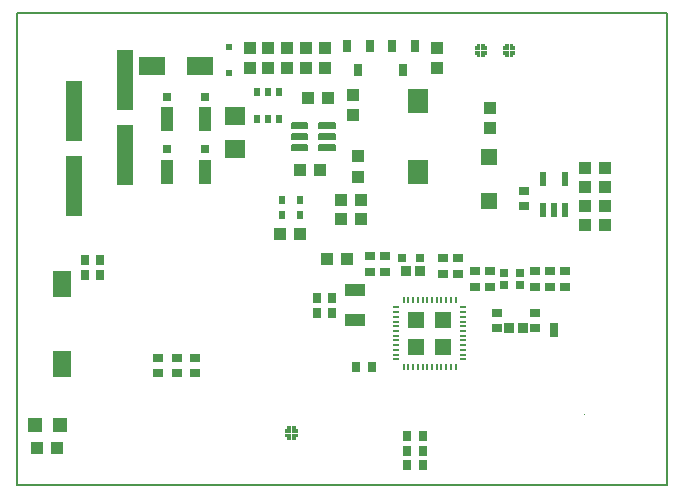
<source format=gtp>
G75*
%MOIN*%
%OFA0B0*%
%FSLAX25Y25*%
%IPPOS*%
%LPD*%
%AMOC8*
5,1,8,0,0,1.08239X$1,22.5*
%
%ADD10C,0.00600*%
%ADD11C,0.00581*%
%ADD12R,0.03937X0.04331*%
%ADD13R,0.02362X0.03150*%
%ADD14R,0.04331X0.03937*%
%ADD15R,0.06693X0.07874*%
%ADD16C,0.00039*%
%ADD17R,0.04724X0.04724*%
%ADD18R,0.02165X0.04724*%
%ADD19R,0.02500X0.04000*%
%ADD20R,0.02000X0.02756*%
%ADD21R,0.03543X0.02756*%
%ADD22R,0.02953X0.02756*%
%ADD23R,0.07087X0.03937*%
%ADD24R,0.03346X0.03543*%
%ADD25R,0.02756X0.03543*%
%ADD26R,0.03150X0.03150*%
%ADD27R,0.05906X0.09055*%
%ADD28R,0.02343X0.00792*%
%ADD29R,0.00792X0.02343*%
%ADD30R,0.05202X0.05202*%
%ADD31R,0.05512X0.05512*%
%ADD32R,0.02362X0.02362*%
%ADD33R,0.05827X0.20315*%
%ADD34R,0.04331X0.07874*%
%ADD35R,0.08740X0.06181*%
%ADD36R,0.07087X0.06299*%
%ADD37R,0.02500X0.05000*%
%ADD38R,0.00100X0.00100*%
D10*
X0028250Y0020400D02*
X0244785Y0020400D01*
X0244785Y0177880D01*
X0028250Y0177880D01*
X0028250Y0020400D01*
D11*
X0119889Y0133781D02*
X0125017Y0133781D01*
X0125017Y0132039D01*
X0119889Y0132039D01*
X0119889Y0133781D01*
X0119889Y0132591D02*
X0125017Y0132591D01*
X0125017Y0133143D02*
X0119889Y0133143D01*
X0119889Y0133695D02*
X0125017Y0133695D01*
X0125017Y0137521D02*
X0119889Y0137521D01*
X0125017Y0137521D02*
X0125017Y0135779D01*
X0119889Y0135779D01*
X0119889Y0137521D01*
X0119889Y0136331D02*
X0125017Y0136331D01*
X0125017Y0136883D02*
X0119889Y0136883D01*
X0119889Y0137435D02*
X0125017Y0137435D01*
X0125017Y0141261D02*
X0119889Y0141261D01*
X0125017Y0141261D02*
X0125017Y0139519D01*
X0119889Y0139519D01*
X0119889Y0141261D01*
X0119889Y0140071D02*
X0125017Y0140071D01*
X0125017Y0140623D02*
X0119889Y0140623D01*
X0119889Y0141175D02*
X0125017Y0141175D01*
X0128983Y0141261D02*
X0134111Y0141261D01*
X0134111Y0139519D01*
X0128983Y0139519D01*
X0128983Y0141261D01*
X0128983Y0140071D02*
X0134111Y0140071D01*
X0134111Y0140623D02*
X0128983Y0140623D01*
X0128983Y0141175D02*
X0134111Y0141175D01*
X0134111Y0137521D02*
X0128983Y0137521D01*
X0134111Y0137521D02*
X0134111Y0135779D01*
X0128983Y0135779D01*
X0128983Y0137521D01*
X0128983Y0136331D02*
X0134111Y0136331D01*
X0134111Y0136883D02*
X0128983Y0136883D01*
X0128983Y0137435D02*
X0134111Y0137435D01*
X0134111Y0133781D02*
X0128983Y0133781D01*
X0134111Y0133781D02*
X0134111Y0132039D01*
X0128983Y0132039D01*
X0128983Y0133781D01*
X0128983Y0132591D02*
X0134111Y0132591D01*
X0134111Y0133143D02*
X0128983Y0133143D01*
X0128983Y0133695D02*
X0134111Y0133695D01*
D12*
X0142000Y0129996D03*
X0142000Y0123304D03*
X0140125Y0143929D03*
X0140125Y0150621D03*
X0130750Y0159554D03*
X0124500Y0159554D03*
X0118250Y0159554D03*
X0112000Y0159554D03*
X0105750Y0159554D03*
X0105750Y0166246D03*
X0112000Y0166246D03*
X0118250Y0166246D03*
X0124500Y0166246D03*
X0130750Y0166246D03*
X0168250Y0166246D03*
X0168250Y0159554D03*
X0185800Y0146121D03*
X0185800Y0139429D03*
D13*
X0122453Y0115400D03*
X0122453Y0110400D03*
X0116547Y0110400D03*
X0116547Y0115400D03*
D14*
X0115841Y0104187D03*
X0122534Y0104187D03*
X0131641Y0095762D03*
X0138334Y0095762D03*
X0136154Y0109150D03*
X0136154Y0115400D03*
X0142846Y0115400D03*
X0142846Y0109150D03*
X0129096Y0125400D03*
X0122404Y0125400D03*
X0125029Y0149513D03*
X0131721Y0149513D03*
X0217504Y0126012D03*
X0224196Y0126012D03*
X0224196Y0119762D03*
X0217504Y0119762D03*
X0217504Y0113512D03*
X0224196Y0113512D03*
X0224196Y0107262D03*
X0217504Y0107262D03*
X0041596Y0032900D03*
X0034904Y0032900D03*
D15*
X0162000Y0124839D03*
X0162000Y0148461D03*
D16*
X0181403Y0163426D02*
X0182308Y0163426D01*
X0182308Y0165158D01*
X0180733Y0165158D01*
X0180733Y0164253D01*
X0181403Y0164253D01*
X0181403Y0163426D01*
X0181403Y0163440D02*
X0182308Y0163440D01*
X0182308Y0163478D02*
X0181403Y0163478D01*
X0181403Y0163516D02*
X0182308Y0163516D01*
X0182308Y0163554D02*
X0181403Y0163554D01*
X0181403Y0163592D02*
X0182308Y0163592D01*
X0182308Y0163630D02*
X0181403Y0163630D01*
X0181403Y0163667D02*
X0182308Y0163667D01*
X0182308Y0163705D02*
X0181403Y0163705D01*
X0181403Y0163743D02*
X0182308Y0163743D01*
X0182308Y0163781D02*
X0181403Y0163781D01*
X0181403Y0163819D02*
X0182308Y0163819D01*
X0182308Y0163857D02*
X0181403Y0163857D01*
X0181403Y0163895D02*
X0182308Y0163895D01*
X0182308Y0163933D02*
X0181403Y0163933D01*
X0181403Y0163970D02*
X0182308Y0163970D01*
X0182308Y0164008D02*
X0181403Y0164008D01*
X0181403Y0164046D02*
X0182308Y0164046D01*
X0182308Y0164084D02*
X0181403Y0164084D01*
X0181403Y0164122D02*
X0182308Y0164122D01*
X0182308Y0164160D02*
X0181403Y0164160D01*
X0181403Y0164198D02*
X0182308Y0164198D01*
X0182308Y0164236D02*
X0181403Y0164236D01*
X0180733Y0164274D02*
X0182308Y0164274D01*
X0182308Y0164311D02*
X0180733Y0164311D01*
X0180733Y0164349D02*
X0182308Y0164349D01*
X0182308Y0164387D02*
X0180733Y0164387D01*
X0180733Y0164425D02*
X0182308Y0164425D01*
X0182308Y0164463D02*
X0180733Y0164463D01*
X0180733Y0164501D02*
X0182308Y0164501D01*
X0182308Y0164539D02*
X0180733Y0164539D01*
X0180733Y0164577D02*
X0182308Y0164577D01*
X0182308Y0164614D02*
X0180733Y0164614D01*
X0180733Y0164652D02*
X0182308Y0164652D01*
X0182308Y0164690D02*
X0180733Y0164690D01*
X0180733Y0164728D02*
X0182308Y0164728D01*
X0182308Y0164766D02*
X0180733Y0164766D01*
X0180733Y0164804D02*
X0182308Y0164804D01*
X0182308Y0164842D02*
X0180733Y0164842D01*
X0180733Y0164880D02*
X0182308Y0164880D01*
X0182308Y0164918D02*
X0180733Y0164918D01*
X0180733Y0164955D02*
X0182308Y0164955D01*
X0182308Y0164993D02*
X0180733Y0164993D01*
X0180733Y0165031D02*
X0182308Y0165031D01*
X0182308Y0165069D02*
X0180733Y0165069D01*
X0180733Y0165107D02*
X0182308Y0165107D01*
X0182308Y0165145D02*
X0180733Y0165145D01*
X0180733Y0165867D02*
X0180733Y0166772D01*
X0181403Y0166772D01*
X0181403Y0167599D01*
X0182308Y0167599D01*
X0182308Y0165867D01*
X0180733Y0165867D01*
X0180733Y0165902D02*
X0182308Y0165902D01*
X0182308Y0165940D02*
X0180733Y0165940D01*
X0180733Y0165978D02*
X0182308Y0165978D01*
X0182308Y0166016D02*
X0180733Y0166016D01*
X0180733Y0166054D02*
X0182308Y0166054D01*
X0182308Y0166092D02*
X0180733Y0166092D01*
X0180733Y0166130D02*
X0182308Y0166130D01*
X0182308Y0166168D02*
X0180733Y0166168D01*
X0180733Y0166205D02*
X0182308Y0166205D01*
X0182308Y0166243D02*
X0180733Y0166243D01*
X0180733Y0166281D02*
X0182308Y0166281D01*
X0182308Y0166319D02*
X0180733Y0166319D01*
X0180733Y0166357D02*
X0182308Y0166357D01*
X0182308Y0166395D02*
X0180733Y0166395D01*
X0180733Y0166433D02*
X0182308Y0166433D01*
X0182308Y0166471D02*
X0180733Y0166471D01*
X0180733Y0166509D02*
X0182308Y0166509D01*
X0182308Y0166546D02*
X0180733Y0166546D01*
X0180733Y0166584D02*
X0182308Y0166584D01*
X0182308Y0166622D02*
X0180733Y0166622D01*
X0180733Y0166660D02*
X0182308Y0166660D01*
X0182308Y0166698D02*
X0180733Y0166698D01*
X0180733Y0166736D02*
X0182308Y0166736D01*
X0182308Y0166774D02*
X0181403Y0166774D01*
X0181403Y0166812D02*
X0182308Y0166812D01*
X0182308Y0166849D02*
X0181403Y0166849D01*
X0181403Y0166887D02*
X0182308Y0166887D01*
X0182308Y0166925D02*
X0181403Y0166925D01*
X0181403Y0166963D02*
X0182308Y0166963D01*
X0182308Y0167001D02*
X0181403Y0167001D01*
X0181403Y0167039D02*
X0182308Y0167039D01*
X0182308Y0167077D02*
X0181403Y0167077D01*
X0181403Y0167115D02*
X0182308Y0167115D01*
X0182308Y0167153D02*
X0181403Y0167153D01*
X0181403Y0167190D02*
X0182308Y0167190D01*
X0182308Y0167228D02*
X0181403Y0167228D01*
X0181403Y0167266D02*
X0182308Y0167266D01*
X0182308Y0167304D02*
X0181403Y0167304D01*
X0181403Y0167342D02*
X0182308Y0167342D01*
X0182308Y0167380D02*
X0181403Y0167380D01*
X0181403Y0167418D02*
X0182308Y0167418D01*
X0182308Y0167456D02*
X0181403Y0167456D01*
X0181403Y0167493D02*
X0182308Y0167493D01*
X0182308Y0167531D02*
X0181403Y0167531D01*
X0181403Y0167569D02*
X0182308Y0167569D01*
X0183017Y0167569D02*
X0183922Y0167569D01*
X0183922Y0167599D02*
X0183017Y0167599D01*
X0183017Y0165867D01*
X0184592Y0165867D01*
X0184592Y0166772D01*
X0183922Y0166772D01*
X0183922Y0167599D01*
X0183922Y0167531D02*
X0183017Y0167531D01*
X0183017Y0167493D02*
X0183922Y0167493D01*
X0183922Y0167456D02*
X0183017Y0167456D01*
X0183017Y0167418D02*
X0183922Y0167418D01*
X0183922Y0167380D02*
X0183017Y0167380D01*
X0183017Y0167342D02*
X0183922Y0167342D01*
X0183922Y0167304D02*
X0183017Y0167304D01*
X0183017Y0167266D02*
X0183922Y0167266D01*
X0183922Y0167228D02*
X0183017Y0167228D01*
X0183017Y0167190D02*
X0183922Y0167190D01*
X0183922Y0167153D02*
X0183017Y0167153D01*
X0183017Y0167115D02*
X0183922Y0167115D01*
X0183922Y0167077D02*
X0183017Y0167077D01*
X0183017Y0167039D02*
X0183922Y0167039D01*
X0183922Y0167001D02*
X0183017Y0167001D01*
X0183017Y0166963D02*
X0183922Y0166963D01*
X0183922Y0166925D02*
X0183017Y0166925D01*
X0183017Y0166887D02*
X0183922Y0166887D01*
X0183922Y0166849D02*
X0183017Y0166849D01*
X0183017Y0166812D02*
X0183922Y0166812D01*
X0183922Y0166774D02*
X0183017Y0166774D01*
X0183017Y0166736D02*
X0184592Y0166736D01*
X0184592Y0166698D02*
X0183017Y0166698D01*
X0183017Y0166660D02*
X0184592Y0166660D01*
X0184592Y0166622D02*
X0183017Y0166622D01*
X0183017Y0166584D02*
X0184592Y0166584D01*
X0184592Y0166546D02*
X0183017Y0166546D01*
X0183017Y0166509D02*
X0184592Y0166509D01*
X0184592Y0166471D02*
X0183017Y0166471D01*
X0183017Y0166433D02*
X0184592Y0166433D01*
X0184592Y0166395D02*
X0183017Y0166395D01*
X0183017Y0166357D02*
X0184592Y0166357D01*
X0184592Y0166319D02*
X0183017Y0166319D01*
X0183017Y0166281D02*
X0184592Y0166281D01*
X0184592Y0166243D02*
X0183017Y0166243D01*
X0183017Y0166205D02*
X0184592Y0166205D01*
X0184592Y0166168D02*
X0183017Y0166168D01*
X0183017Y0166130D02*
X0184592Y0166130D01*
X0184592Y0166092D02*
X0183017Y0166092D01*
X0183017Y0166054D02*
X0184592Y0166054D01*
X0184592Y0166016D02*
X0183017Y0166016D01*
X0183017Y0165978D02*
X0184592Y0165978D01*
X0184592Y0165940D02*
X0183017Y0165940D01*
X0183017Y0165902D02*
X0184592Y0165902D01*
X0184592Y0165158D02*
X0184592Y0164253D01*
X0183922Y0164253D01*
X0183922Y0163426D01*
X0183017Y0163426D01*
X0183017Y0165158D01*
X0184592Y0165158D01*
X0184592Y0165145D02*
X0183017Y0165145D01*
X0183017Y0165107D02*
X0184592Y0165107D01*
X0184592Y0165069D02*
X0183017Y0165069D01*
X0183017Y0165031D02*
X0184592Y0165031D01*
X0184592Y0164993D02*
X0183017Y0164993D01*
X0183017Y0164955D02*
X0184592Y0164955D01*
X0184592Y0164918D02*
X0183017Y0164918D01*
X0183017Y0164880D02*
X0184592Y0164880D01*
X0184592Y0164842D02*
X0183017Y0164842D01*
X0183017Y0164804D02*
X0184592Y0164804D01*
X0184592Y0164766D02*
X0183017Y0164766D01*
X0183017Y0164728D02*
X0184592Y0164728D01*
X0184592Y0164690D02*
X0183017Y0164690D01*
X0183017Y0164652D02*
X0184592Y0164652D01*
X0184592Y0164614D02*
X0183017Y0164614D01*
X0183017Y0164577D02*
X0184592Y0164577D01*
X0184592Y0164539D02*
X0183017Y0164539D01*
X0183017Y0164501D02*
X0184592Y0164501D01*
X0184592Y0164463D02*
X0183017Y0164463D01*
X0183017Y0164425D02*
X0184592Y0164425D01*
X0184592Y0164387D02*
X0183017Y0164387D01*
X0183017Y0164349D02*
X0184592Y0164349D01*
X0184592Y0164311D02*
X0183017Y0164311D01*
X0183017Y0164274D02*
X0184592Y0164274D01*
X0183922Y0164236D02*
X0183017Y0164236D01*
X0183017Y0164198D02*
X0183922Y0164198D01*
X0183922Y0164160D02*
X0183017Y0164160D01*
X0183017Y0164122D02*
X0183922Y0164122D01*
X0183922Y0164084D02*
X0183017Y0164084D01*
X0183017Y0164046D02*
X0183922Y0164046D01*
X0183922Y0164008D02*
X0183017Y0164008D01*
X0183017Y0163970D02*
X0183922Y0163970D01*
X0183922Y0163933D02*
X0183017Y0163933D01*
X0183017Y0163895D02*
X0183922Y0163895D01*
X0183922Y0163857D02*
X0183017Y0163857D01*
X0183017Y0163819D02*
X0183922Y0163819D01*
X0183922Y0163781D02*
X0183017Y0163781D01*
X0183017Y0163743D02*
X0183922Y0163743D01*
X0183922Y0163705D02*
X0183017Y0163705D01*
X0183017Y0163667D02*
X0183922Y0163667D01*
X0183922Y0163630D02*
X0183017Y0163630D01*
X0183017Y0163592D02*
X0183922Y0163592D01*
X0183922Y0163554D02*
X0183017Y0163554D01*
X0183017Y0163516D02*
X0183922Y0163516D01*
X0183922Y0163478D02*
X0183017Y0163478D01*
X0183017Y0163440D02*
X0183922Y0163440D01*
X0190121Y0164253D02*
X0190790Y0164253D01*
X0190790Y0163426D01*
X0191696Y0163426D01*
X0191696Y0165158D01*
X0190121Y0165158D01*
X0190121Y0164253D01*
X0190121Y0164274D02*
X0191696Y0164274D01*
X0191696Y0164311D02*
X0190121Y0164311D01*
X0190121Y0164349D02*
X0191696Y0164349D01*
X0191696Y0164387D02*
X0190121Y0164387D01*
X0190121Y0164425D02*
X0191696Y0164425D01*
X0191696Y0164463D02*
X0190121Y0164463D01*
X0190121Y0164501D02*
X0191696Y0164501D01*
X0191696Y0164539D02*
X0190121Y0164539D01*
X0190121Y0164577D02*
X0191696Y0164577D01*
X0191696Y0164614D02*
X0190121Y0164614D01*
X0190121Y0164652D02*
X0191696Y0164652D01*
X0191696Y0164690D02*
X0190121Y0164690D01*
X0190121Y0164728D02*
X0191696Y0164728D01*
X0191696Y0164766D02*
X0190121Y0164766D01*
X0190121Y0164804D02*
X0191696Y0164804D01*
X0191696Y0164842D02*
X0190121Y0164842D01*
X0190121Y0164880D02*
X0191696Y0164880D01*
X0191696Y0164918D02*
X0190121Y0164918D01*
X0190121Y0164955D02*
X0191696Y0164955D01*
X0191696Y0164993D02*
X0190121Y0164993D01*
X0190121Y0165031D02*
X0191696Y0165031D01*
X0191696Y0165069D02*
X0190121Y0165069D01*
X0190121Y0165107D02*
X0191696Y0165107D01*
X0191696Y0165145D02*
X0190121Y0165145D01*
X0190121Y0165867D02*
X0190121Y0166772D01*
X0190790Y0166772D01*
X0190790Y0167599D01*
X0191696Y0167599D01*
X0191696Y0165867D01*
X0190121Y0165867D01*
X0190121Y0165902D02*
X0191696Y0165902D01*
X0191696Y0165940D02*
X0190121Y0165940D01*
X0190121Y0165978D02*
X0191696Y0165978D01*
X0191696Y0166016D02*
X0190121Y0166016D01*
X0190121Y0166054D02*
X0191696Y0166054D01*
X0191696Y0166092D02*
X0190121Y0166092D01*
X0190121Y0166130D02*
X0191696Y0166130D01*
X0191696Y0166168D02*
X0190121Y0166168D01*
X0190121Y0166205D02*
X0191696Y0166205D01*
X0191696Y0166243D02*
X0190121Y0166243D01*
X0190121Y0166281D02*
X0191696Y0166281D01*
X0191696Y0166319D02*
X0190121Y0166319D01*
X0190121Y0166357D02*
X0191696Y0166357D01*
X0191696Y0166395D02*
X0190121Y0166395D01*
X0190121Y0166433D02*
X0191696Y0166433D01*
X0191696Y0166471D02*
X0190121Y0166471D01*
X0190121Y0166509D02*
X0191696Y0166509D01*
X0191696Y0166546D02*
X0190121Y0166546D01*
X0190121Y0166584D02*
X0191696Y0166584D01*
X0191696Y0166622D02*
X0190121Y0166622D01*
X0190121Y0166660D02*
X0191696Y0166660D01*
X0191696Y0166698D02*
X0190121Y0166698D01*
X0190121Y0166736D02*
X0191696Y0166736D01*
X0191696Y0166774D02*
X0190790Y0166774D01*
X0190790Y0166812D02*
X0191696Y0166812D01*
X0191696Y0166849D02*
X0190790Y0166849D01*
X0190790Y0166887D02*
X0191696Y0166887D01*
X0191696Y0166925D02*
X0190790Y0166925D01*
X0190790Y0166963D02*
X0191696Y0166963D01*
X0191696Y0167001D02*
X0190790Y0167001D01*
X0190790Y0167039D02*
X0191696Y0167039D01*
X0191696Y0167077D02*
X0190790Y0167077D01*
X0190790Y0167115D02*
X0191696Y0167115D01*
X0191696Y0167153D02*
X0190790Y0167153D01*
X0190790Y0167190D02*
X0191696Y0167190D01*
X0191696Y0167228D02*
X0190790Y0167228D01*
X0190790Y0167266D02*
X0191696Y0167266D01*
X0191696Y0167304D02*
X0190790Y0167304D01*
X0190790Y0167342D02*
X0191696Y0167342D01*
X0191696Y0167380D02*
X0190790Y0167380D01*
X0190790Y0167418D02*
X0191696Y0167418D01*
X0191696Y0167456D02*
X0190790Y0167456D01*
X0190790Y0167493D02*
X0191696Y0167493D01*
X0191696Y0167531D02*
X0190790Y0167531D01*
X0190790Y0167569D02*
X0191696Y0167569D01*
X0192404Y0167569D02*
X0193310Y0167569D01*
X0193310Y0167599D02*
X0192404Y0167599D01*
X0192404Y0165867D01*
X0193979Y0165867D01*
X0193979Y0166772D01*
X0193310Y0166772D01*
X0193310Y0167599D01*
X0193310Y0167531D02*
X0192404Y0167531D01*
X0192404Y0167493D02*
X0193310Y0167493D01*
X0193310Y0167456D02*
X0192404Y0167456D01*
X0192404Y0167418D02*
X0193310Y0167418D01*
X0193310Y0167380D02*
X0192404Y0167380D01*
X0192404Y0167342D02*
X0193310Y0167342D01*
X0193310Y0167304D02*
X0192404Y0167304D01*
X0192404Y0167266D02*
X0193310Y0167266D01*
X0193310Y0167228D02*
X0192404Y0167228D01*
X0192404Y0167190D02*
X0193310Y0167190D01*
X0193310Y0167153D02*
X0192404Y0167153D01*
X0192404Y0167115D02*
X0193310Y0167115D01*
X0193310Y0167077D02*
X0192404Y0167077D01*
X0192404Y0167039D02*
X0193310Y0167039D01*
X0193310Y0167001D02*
X0192404Y0167001D01*
X0192404Y0166963D02*
X0193310Y0166963D01*
X0193310Y0166925D02*
X0192404Y0166925D01*
X0192404Y0166887D02*
X0193310Y0166887D01*
X0193310Y0166849D02*
X0192404Y0166849D01*
X0192404Y0166812D02*
X0193310Y0166812D01*
X0193310Y0166774D02*
X0192404Y0166774D01*
X0192404Y0166736D02*
X0193979Y0166736D01*
X0193979Y0166698D02*
X0192404Y0166698D01*
X0192404Y0166660D02*
X0193979Y0166660D01*
X0193979Y0166622D02*
X0192404Y0166622D01*
X0192404Y0166584D02*
X0193979Y0166584D01*
X0193979Y0166546D02*
X0192404Y0166546D01*
X0192404Y0166509D02*
X0193979Y0166509D01*
X0193979Y0166471D02*
X0192404Y0166471D01*
X0192404Y0166433D02*
X0193979Y0166433D01*
X0193979Y0166395D02*
X0192404Y0166395D01*
X0192404Y0166357D02*
X0193979Y0166357D01*
X0193979Y0166319D02*
X0192404Y0166319D01*
X0192404Y0166281D02*
X0193979Y0166281D01*
X0193979Y0166243D02*
X0192404Y0166243D01*
X0192404Y0166205D02*
X0193979Y0166205D01*
X0193979Y0166168D02*
X0192404Y0166168D01*
X0192404Y0166130D02*
X0193979Y0166130D01*
X0193979Y0166092D02*
X0192404Y0166092D01*
X0192404Y0166054D02*
X0193979Y0166054D01*
X0193979Y0166016D02*
X0192404Y0166016D01*
X0192404Y0165978D02*
X0193979Y0165978D01*
X0193979Y0165940D02*
X0192404Y0165940D01*
X0192404Y0165902D02*
X0193979Y0165902D01*
X0193979Y0165158D02*
X0193979Y0164253D01*
X0193310Y0164253D01*
X0193310Y0163426D01*
X0192404Y0163426D01*
X0192404Y0165158D01*
X0193979Y0165158D01*
X0193979Y0165145D02*
X0192404Y0165145D01*
X0192404Y0165107D02*
X0193979Y0165107D01*
X0193979Y0165069D02*
X0192404Y0165069D01*
X0192404Y0165031D02*
X0193979Y0165031D01*
X0193979Y0164993D02*
X0192404Y0164993D01*
X0192404Y0164955D02*
X0193979Y0164955D01*
X0193979Y0164918D02*
X0192404Y0164918D01*
X0192404Y0164880D02*
X0193979Y0164880D01*
X0193979Y0164842D02*
X0192404Y0164842D01*
X0192404Y0164804D02*
X0193979Y0164804D01*
X0193979Y0164766D02*
X0192404Y0164766D01*
X0192404Y0164728D02*
X0193979Y0164728D01*
X0193979Y0164690D02*
X0192404Y0164690D01*
X0192404Y0164652D02*
X0193979Y0164652D01*
X0193979Y0164614D02*
X0192404Y0164614D01*
X0192404Y0164577D02*
X0193979Y0164577D01*
X0193979Y0164539D02*
X0192404Y0164539D01*
X0192404Y0164501D02*
X0193979Y0164501D01*
X0193979Y0164463D02*
X0192404Y0164463D01*
X0192404Y0164425D02*
X0193979Y0164425D01*
X0193979Y0164387D02*
X0192404Y0164387D01*
X0192404Y0164349D02*
X0193979Y0164349D01*
X0193979Y0164311D02*
X0192404Y0164311D01*
X0192404Y0164274D02*
X0193979Y0164274D01*
X0193310Y0164236D02*
X0192404Y0164236D01*
X0192404Y0164198D02*
X0193310Y0164198D01*
X0193310Y0164160D02*
X0192404Y0164160D01*
X0192404Y0164122D02*
X0193310Y0164122D01*
X0193310Y0164084D02*
X0192404Y0164084D01*
X0192404Y0164046D02*
X0193310Y0164046D01*
X0193310Y0164008D02*
X0192404Y0164008D01*
X0192404Y0163970D02*
X0193310Y0163970D01*
X0193310Y0163933D02*
X0192404Y0163933D01*
X0192404Y0163895D02*
X0193310Y0163895D01*
X0193310Y0163857D02*
X0192404Y0163857D01*
X0192404Y0163819D02*
X0193310Y0163819D01*
X0193310Y0163781D02*
X0192404Y0163781D01*
X0192404Y0163743D02*
X0193310Y0163743D01*
X0193310Y0163705D02*
X0192404Y0163705D01*
X0192404Y0163667D02*
X0193310Y0163667D01*
X0193310Y0163630D02*
X0192404Y0163630D01*
X0192404Y0163592D02*
X0193310Y0163592D01*
X0193310Y0163554D02*
X0192404Y0163554D01*
X0192404Y0163516D02*
X0193310Y0163516D01*
X0193310Y0163478D02*
X0192404Y0163478D01*
X0192404Y0163440D02*
X0193310Y0163440D01*
X0191696Y0163440D02*
X0190790Y0163440D01*
X0190790Y0163478D02*
X0191696Y0163478D01*
X0191696Y0163516D02*
X0190790Y0163516D01*
X0190790Y0163554D02*
X0191696Y0163554D01*
X0191696Y0163592D02*
X0190790Y0163592D01*
X0190790Y0163630D02*
X0191696Y0163630D01*
X0191696Y0163667D02*
X0190790Y0163667D01*
X0190790Y0163705D02*
X0191696Y0163705D01*
X0191696Y0163743D02*
X0190790Y0163743D01*
X0190790Y0163781D02*
X0191696Y0163781D01*
X0191696Y0163819D02*
X0190790Y0163819D01*
X0190790Y0163857D02*
X0191696Y0163857D01*
X0191696Y0163895D02*
X0190790Y0163895D01*
X0190790Y0163933D02*
X0191696Y0163933D01*
X0191696Y0163970D02*
X0190790Y0163970D01*
X0190790Y0164008D02*
X0191696Y0164008D01*
X0191696Y0164046D02*
X0190790Y0164046D01*
X0190790Y0164084D02*
X0191696Y0164084D01*
X0191696Y0164122D02*
X0190790Y0164122D01*
X0190790Y0164160D02*
X0191696Y0164160D01*
X0191696Y0164198D02*
X0190790Y0164198D01*
X0190790Y0164236D02*
X0191696Y0164236D01*
X0120862Y0039999D02*
X0119957Y0039999D01*
X0119957Y0038266D01*
X0121532Y0038266D01*
X0121532Y0039172D01*
X0120862Y0039172D01*
X0120862Y0039999D01*
X0120862Y0039985D02*
X0119957Y0039985D01*
X0119957Y0039947D02*
X0120862Y0039947D01*
X0120862Y0039909D02*
X0119957Y0039909D01*
X0119957Y0039871D02*
X0120862Y0039871D01*
X0120862Y0039833D02*
X0119957Y0039833D01*
X0119957Y0039795D02*
X0120862Y0039795D01*
X0120862Y0039757D02*
X0119957Y0039757D01*
X0119957Y0039720D02*
X0120862Y0039720D01*
X0120862Y0039682D02*
X0119957Y0039682D01*
X0119957Y0039644D02*
X0120862Y0039644D01*
X0120862Y0039606D02*
X0119957Y0039606D01*
X0119957Y0039568D02*
X0120862Y0039568D01*
X0120862Y0039530D02*
X0119957Y0039530D01*
X0119957Y0039492D02*
X0120862Y0039492D01*
X0120862Y0039454D02*
X0119957Y0039454D01*
X0119957Y0039416D02*
X0120862Y0039416D01*
X0120862Y0039379D02*
X0119957Y0039379D01*
X0119957Y0039341D02*
X0120862Y0039341D01*
X0120862Y0039303D02*
X0119957Y0039303D01*
X0119957Y0039265D02*
X0120862Y0039265D01*
X0120862Y0039227D02*
X0119957Y0039227D01*
X0119957Y0039189D02*
X0120862Y0039189D01*
X0121532Y0039151D02*
X0119957Y0039151D01*
X0119957Y0039113D02*
X0121532Y0039113D01*
X0121532Y0039076D02*
X0119957Y0039076D01*
X0119957Y0039038D02*
X0121532Y0039038D01*
X0121532Y0039000D02*
X0119957Y0039000D01*
X0119957Y0038962D02*
X0121532Y0038962D01*
X0121532Y0038924D02*
X0119957Y0038924D01*
X0119957Y0038886D02*
X0121532Y0038886D01*
X0121532Y0038848D02*
X0119957Y0038848D01*
X0119957Y0038810D02*
X0121532Y0038810D01*
X0121532Y0038772D02*
X0119957Y0038772D01*
X0119957Y0038735D02*
X0121532Y0038735D01*
X0121532Y0038697D02*
X0119957Y0038697D01*
X0119957Y0038659D02*
X0121532Y0038659D01*
X0121532Y0038621D02*
X0119957Y0038621D01*
X0119957Y0038583D02*
X0121532Y0038583D01*
X0121532Y0038545D02*
X0119957Y0038545D01*
X0119957Y0038507D02*
X0121532Y0038507D01*
X0121532Y0038469D02*
X0119957Y0038469D01*
X0119957Y0038432D02*
X0121532Y0038432D01*
X0121532Y0038394D02*
X0119957Y0038394D01*
X0119957Y0038356D02*
X0121532Y0038356D01*
X0121532Y0038318D02*
X0119957Y0038318D01*
X0119957Y0038280D02*
X0121532Y0038280D01*
X0121532Y0037558D02*
X0121532Y0036652D01*
X0120862Y0036652D01*
X0120862Y0035825D01*
X0119957Y0035825D01*
X0119957Y0037558D01*
X0121532Y0037558D01*
X0121532Y0037522D02*
X0119957Y0037522D01*
X0119957Y0037485D02*
X0121532Y0037485D01*
X0121532Y0037447D02*
X0119957Y0037447D01*
X0119957Y0037409D02*
X0121532Y0037409D01*
X0121532Y0037371D02*
X0119957Y0037371D01*
X0119957Y0037333D02*
X0121532Y0037333D01*
X0121532Y0037295D02*
X0119957Y0037295D01*
X0119957Y0037257D02*
X0121532Y0037257D01*
X0121532Y0037219D02*
X0119957Y0037219D01*
X0119957Y0037181D02*
X0121532Y0037181D01*
X0121532Y0037144D02*
X0119957Y0037144D01*
X0119957Y0037106D02*
X0121532Y0037106D01*
X0121532Y0037068D02*
X0119957Y0037068D01*
X0119957Y0037030D02*
X0121532Y0037030D01*
X0121532Y0036992D02*
X0119957Y0036992D01*
X0119957Y0036954D02*
X0121532Y0036954D01*
X0121532Y0036916D02*
X0119957Y0036916D01*
X0119957Y0036878D02*
X0121532Y0036878D01*
X0121532Y0036841D02*
X0119957Y0036841D01*
X0119957Y0036803D02*
X0121532Y0036803D01*
X0121532Y0036765D02*
X0119957Y0036765D01*
X0119957Y0036727D02*
X0121532Y0036727D01*
X0121532Y0036689D02*
X0119957Y0036689D01*
X0119957Y0036651D02*
X0120862Y0036651D01*
X0120862Y0036613D02*
X0119957Y0036613D01*
X0119957Y0036575D02*
X0120862Y0036575D01*
X0120862Y0036537D02*
X0119957Y0036537D01*
X0119957Y0036500D02*
X0120862Y0036500D01*
X0120862Y0036462D02*
X0119957Y0036462D01*
X0119957Y0036424D02*
X0120862Y0036424D01*
X0120862Y0036386D02*
X0119957Y0036386D01*
X0119957Y0036348D02*
X0120862Y0036348D01*
X0120862Y0036310D02*
X0119957Y0036310D01*
X0119957Y0036272D02*
X0120862Y0036272D01*
X0120862Y0036234D02*
X0119957Y0036234D01*
X0119957Y0036197D02*
X0120862Y0036197D01*
X0120862Y0036159D02*
X0119957Y0036159D01*
X0119957Y0036121D02*
X0120862Y0036121D01*
X0120862Y0036083D02*
X0119957Y0036083D01*
X0119957Y0036045D02*
X0120862Y0036045D01*
X0120862Y0036007D02*
X0119957Y0036007D01*
X0119957Y0035969D02*
X0120862Y0035969D01*
X0120862Y0035931D02*
X0119957Y0035931D01*
X0119957Y0035893D02*
X0120862Y0035893D01*
X0120862Y0035856D02*
X0119957Y0035856D01*
X0119248Y0035856D02*
X0118343Y0035856D01*
X0118343Y0035825D02*
X0119248Y0035825D01*
X0119248Y0037558D01*
X0117673Y0037558D01*
X0117673Y0036652D01*
X0118343Y0036652D01*
X0118343Y0035825D01*
X0118343Y0035893D02*
X0119248Y0035893D01*
X0119248Y0035931D02*
X0118343Y0035931D01*
X0118343Y0035969D02*
X0119248Y0035969D01*
X0119248Y0036007D02*
X0118343Y0036007D01*
X0118343Y0036045D02*
X0119248Y0036045D01*
X0119248Y0036083D02*
X0118343Y0036083D01*
X0118343Y0036121D02*
X0119248Y0036121D01*
X0119248Y0036159D02*
X0118343Y0036159D01*
X0118343Y0036197D02*
X0119248Y0036197D01*
X0119248Y0036234D02*
X0118343Y0036234D01*
X0118343Y0036272D02*
X0119248Y0036272D01*
X0119248Y0036310D02*
X0118343Y0036310D01*
X0118343Y0036348D02*
X0119248Y0036348D01*
X0119248Y0036386D02*
X0118343Y0036386D01*
X0118343Y0036424D02*
X0119248Y0036424D01*
X0119248Y0036462D02*
X0118343Y0036462D01*
X0118343Y0036500D02*
X0119248Y0036500D01*
X0119248Y0036537D02*
X0118343Y0036537D01*
X0118343Y0036575D02*
X0119248Y0036575D01*
X0119248Y0036613D02*
X0118343Y0036613D01*
X0118343Y0036651D02*
X0119248Y0036651D01*
X0119248Y0036689D02*
X0117673Y0036689D01*
X0117673Y0036727D02*
X0119248Y0036727D01*
X0119248Y0036765D02*
X0117673Y0036765D01*
X0117673Y0036803D02*
X0119248Y0036803D01*
X0119248Y0036841D02*
X0117673Y0036841D01*
X0117673Y0036878D02*
X0119248Y0036878D01*
X0119248Y0036916D02*
X0117673Y0036916D01*
X0117673Y0036954D02*
X0119248Y0036954D01*
X0119248Y0036992D02*
X0117673Y0036992D01*
X0117673Y0037030D02*
X0119248Y0037030D01*
X0119248Y0037068D02*
X0117673Y0037068D01*
X0117673Y0037106D02*
X0119248Y0037106D01*
X0119248Y0037144D02*
X0117673Y0037144D01*
X0117673Y0037181D02*
X0119248Y0037181D01*
X0119248Y0037219D02*
X0117673Y0037219D01*
X0117673Y0037257D02*
X0119248Y0037257D01*
X0119248Y0037295D02*
X0117673Y0037295D01*
X0117673Y0037333D02*
X0119248Y0037333D01*
X0119248Y0037371D02*
X0117673Y0037371D01*
X0117673Y0037409D02*
X0119248Y0037409D01*
X0119248Y0037447D02*
X0117673Y0037447D01*
X0117673Y0037485D02*
X0119248Y0037485D01*
X0119248Y0037522D02*
X0117673Y0037522D01*
X0117673Y0038266D02*
X0117673Y0039172D01*
X0118343Y0039172D01*
X0118343Y0039999D01*
X0119248Y0039999D01*
X0119248Y0038266D01*
X0117673Y0038266D01*
X0117673Y0038280D02*
X0119248Y0038280D01*
X0119248Y0038318D02*
X0117673Y0038318D01*
X0117673Y0038356D02*
X0119248Y0038356D01*
X0119248Y0038394D02*
X0117673Y0038394D01*
X0117673Y0038432D02*
X0119248Y0038432D01*
X0119248Y0038469D02*
X0117673Y0038469D01*
X0117673Y0038507D02*
X0119248Y0038507D01*
X0119248Y0038545D02*
X0117673Y0038545D01*
X0117673Y0038583D02*
X0119248Y0038583D01*
X0119248Y0038621D02*
X0117673Y0038621D01*
X0117673Y0038659D02*
X0119248Y0038659D01*
X0119248Y0038697D02*
X0117673Y0038697D01*
X0117673Y0038735D02*
X0119248Y0038735D01*
X0119248Y0038772D02*
X0117673Y0038772D01*
X0117673Y0038810D02*
X0119248Y0038810D01*
X0119248Y0038848D02*
X0117673Y0038848D01*
X0117673Y0038886D02*
X0119248Y0038886D01*
X0119248Y0038924D02*
X0117673Y0038924D01*
X0117673Y0038962D02*
X0119248Y0038962D01*
X0119248Y0039000D02*
X0117673Y0039000D01*
X0117673Y0039038D02*
X0119248Y0039038D01*
X0119248Y0039076D02*
X0117673Y0039076D01*
X0117673Y0039113D02*
X0119248Y0039113D01*
X0119248Y0039151D02*
X0117673Y0039151D01*
X0118343Y0039189D02*
X0119248Y0039189D01*
X0119248Y0039227D02*
X0118343Y0039227D01*
X0118343Y0039265D02*
X0119248Y0039265D01*
X0119248Y0039303D02*
X0118343Y0039303D01*
X0118343Y0039341D02*
X0119248Y0039341D01*
X0119248Y0039379D02*
X0118343Y0039379D01*
X0118343Y0039416D02*
X0119248Y0039416D01*
X0119248Y0039454D02*
X0118343Y0039454D01*
X0118343Y0039492D02*
X0119248Y0039492D01*
X0119248Y0039530D02*
X0118343Y0039530D01*
X0118343Y0039568D02*
X0119248Y0039568D01*
X0119248Y0039606D02*
X0118343Y0039606D01*
X0118343Y0039644D02*
X0119248Y0039644D01*
X0119248Y0039682D02*
X0118343Y0039682D01*
X0118343Y0039720D02*
X0119248Y0039720D01*
X0119248Y0039757D02*
X0118343Y0039757D01*
X0118343Y0039795D02*
X0119248Y0039795D01*
X0119248Y0039833D02*
X0118343Y0039833D01*
X0118343Y0039871D02*
X0119248Y0039871D01*
X0119248Y0039909D02*
X0118343Y0039909D01*
X0118343Y0039947D02*
X0119248Y0039947D01*
X0119248Y0039985D02*
X0118343Y0039985D01*
D17*
X0042384Y0040400D03*
X0034116Y0040400D03*
D18*
X0203360Y0112144D03*
X0207100Y0112144D03*
X0210840Y0112144D03*
X0210840Y0122381D03*
X0203360Y0122381D03*
D19*
X0157000Y0158963D03*
X0153260Y0166837D03*
X0145740Y0166837D03*
X0138260Y0166837D03*
X0142000Y0158963D03*
X0160740Y0166837D03*
D20*
X0115578Y0151639D03*
X0111837Y0151639D03*
X0108097Y0151639D03*
X0108097Y0142486D03*
X0111837Y0142486D03*
X0115578Y0142486D03*
D21*
X0145750Y0096709D03*
X0150750Y0096709D03*
X0150750Y0091591D03*
X0145750Y0091591D03*
X0170125Y0090966D03*
X0175125Y0090966D03*
X0180750Y0091709D03*
X0185750Y0091709D03*
X0185750Y0086591D03*
X0180750Y0086591D03*
X0188250Y0077959D03*
X0188250Y0072841D03*
X0200750Y0072841D03*
X0200750Y0077959D03*
X0200750Y0086591D03*
X0205750Y0086591D03*
X0210750Y0086591D03*
X0210750Y0091709D03*
X0205750Y0091709D03*
X0200750Y0091709D03*
X0197100Y0113453D03*
X0197100Y0118572D03*
X0175125Y0096084D03*
X0170125Y0096084D03*
X0087625Y0062959D03*
X0081375Y0062959D03*
X0075125Y0062959D03*
X0075125Y0057841D03*
X0081375Y0057841D03*
X0087625Y0057841D03*
D22*
X0190593Y0087181D03*
X0190593Y0091119D03*
X0195907Y0091119D03*
X0195907Y0087181D03*
D23*
X0140750Y0085321D03*
X0140750Y0075479D03*
D24*
X0157842Y0091650D03*
X0162408Y0091650D03*
X0192217Y0072900D03*
X0196783Y0072900D03*
D25*
X0163397Y0036813D03*
X0163397Y0031912D03*
X0163397Y0027012D03*
X0158278Y0027012D03*
X0158278Y0031912D03*
X0158278Y0036813D03*
X0146434Y0059775D03*
X0141316Y0059775D03*
X0133309Y0077900D03*
X0133309Y0082900D03*
X0128191Y0082900D03*
X0128191Y0077900D03*
X0055809Y0090400D03*
X0055809Y0095400D03*
X0050691Y0095400D03*
X0050691Y0090400D03*
D26*
X0078250Y0132428D03*
X0090750Y0132428D03*
X0090750Y0149928D03*
X0078250Y0149928D03*
X0156500Y0096025D03*
X0162500Y0096025D03*
D27*
X0043250Y0087339D03*
X0043250Y0060961D03*
D28*
X0154478Y0062351D03*
X0154478Y0063926D03*
X0154478Y0065501D03*
X0154478Y0067075D03*
X0154478Y0068650D03*
X0154478Y0070225D03*
X0154478Y0071800D03*
X0154478Y0073375D03*
X0154478Y0074950D03*
X0154478Y0076524D03*
X0154478Y0078099D03*
X0154478Y0079674D03*
X0176997Y0079674D03*
X0176997Y0078099D03*
X0176997Y0076524D03*
X0176997Y0074950D03*
X0176997Y0073375D03*
X0176997Y0071800D03*
X0176997Y0070225D03*
X0176997Y0068650D03*
X0176997Y0067075D03*
X0176997Y0065501D03*
X0176997Y0063926D03*
X0176997Y0062351D03*
D29*
X0174399Y0059753D03*
X0172824Y0059753D03*
X0171249Y0059753D03*
X0169675Y0059753D03*
X0168100Y0059753D03*
X0166525Y0059753D03*
X0164950Y0059753D03*
X0163375Y0059753D03*
X0161800Y0059753D03*
X0160226Y0059753D03*
X0158651Y0059753D03*
X0157076Y0059753D03*
X0157076Y0082272D03*
X0158651Y0082272D03*
X0160226Y0082272D03*
X0161800Y0082272D03*
X0163375Y0082272D03*
X0164950Y0082272D03*
X0166525Y0082272D03*
X0168100Y0082272D03*
X0169675Y0082272D03*
X0171249Y0082272D03*
X0172824Y0082272D03*
X0174399Y0082272D03*
D30*
X0170265Y0075540D03*
X0170265Y0066485D03*
X0161210Y0066485D03*
X0161210Y0075540D03*
D31*
X0185662Y0115117D03*
X0185662Y0129683D03*
D32*
X0098712Y0157957D03*
X0098712Y0166618D03*
D33*
X0064274Y0155557D03*
X0047226Y0145243D03*
X0064274Y0130557D03*
X0047226Y0120243D03*
D34*
X0078250Y0124947D03*
X0090750Y0124947D03*
X0090750Y0142447D03*
X0078250Y0142447D03*
D35*
X0073106Y0160000D03*
X0089169Y0160000D03*
D36*
X0100750Y0143412D03*
X0100750Y0132388D03*
D37*
X0207050Y0072100D03*
D38*
X0217500Y0043850D03*
M02*

</source>
